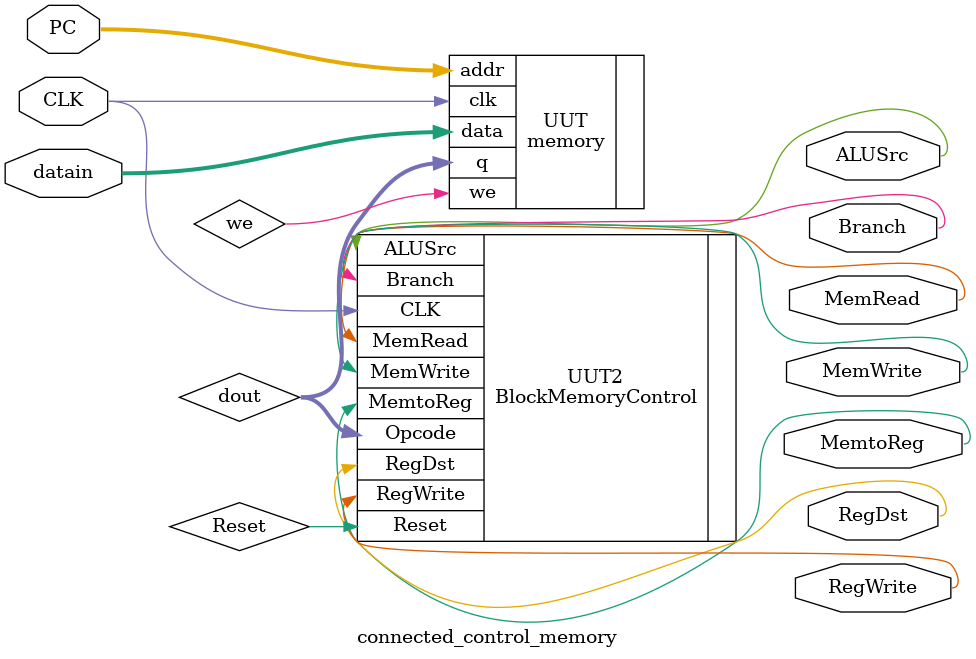
<source format=v>
module connected_control_memory (CLK,
											PC,
											datain,
											ALUSrc,
											MemtoReg,
											RegDst,
											RegWrite, 
											MemRead,
											MemWrite,
											Branch);

   output   ALUSrc;
   output   MemtoReg;
   output   RegDst;
   output   RegWrite;
   output   MemRead;
   output   MemWrite;
   output   Branch;
   
	input [15:0] PC;
   input       CLK;
   input [15:0] datain;
	
	wire ALUSrc;
	wire MemtoReg;
	wire RegDst;
	wire RegWrite;
	wire MemRead;
	wire MemWrite;
	wire Branch;
	wire [15:0] dout;
	
	reg we;
	reg Reset;
	
	memory UUT (.addr(PC), .data(datain), .we(we), .clk(CLK), .q(dout));
	BlockMemoryControl UUT2 (.ALUSrc(ALUSrc), .MemtoReg(MemtoReg), .RegDst(RegDst), .RegWrite(RegWrite), .MemRead(MemRead), .MemWrite(MemWrite), .Branch(Branch), .Opcode(dout), .CLK(CLK), .Reset(Reset));

endmodule
</source>
